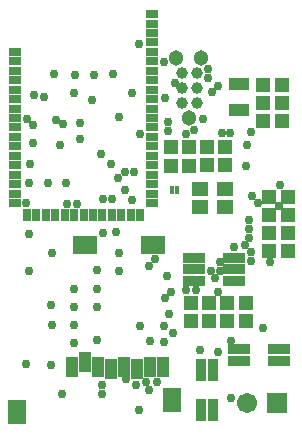
<source format=gbs>
%FSLAX25Y25*%
%MOIN*%
G70*
G01*
G75*
G04 Layer_Color=16711935*
%ADD10R,0.03937X0.03740*%
%ADD11R,0.25984X0.25984*%
%ADD12O,0.00945X0.02362*%
%ADD13O,0.02362X0.00945*%
%ADD14R,0.02165X0.02362*%
%ADD15R,0.02362X0.02165*%
%ADD16R,0.03740X0.03937*%
%ADD17C,0.00984*%
%ADD18R,0.01772X0.05433*%
%ADD19R,0.09350X0.07480*%
%ADD20R,0.04606X0.07480*%
%ADD21R,0.05807X0.08268*%
%ADD22R,0.03150X0.00984*%
%ADD23R,0.00984X0.03150*%
%ADD24R,0.03937X0.02165*%
%ADD25R,0.04134X0.02362*%
%ADD26R,0.06693X0.06693*%
%ADD27O,0.03347X0.01102*%
%ADD28O,0.01102X0.03347*%
%ADD29R,0.03150X0.03740*%
%ADD30R,0.06299X0.07087*%
%ADD31R,0.01378X0.03937*%
%ADD32R,0.06299X0.03150*%
%ADD33C,0.01200*%
%ADD34C,0.00800*%
%ADD35C,0.01500*%
%ADD36C,0.02000*%
%ADD37C,0.01000*%
%ADD38C,0.01826*%
%ADD39R,0.04000X0.04100*%
%ADD40R,0.01300X0.04400*%
%ADD41R,0.04000X0.04200*%
%ADD42C,0.05906*%
%ADD43R,0.05906X0.05906*%
%ADD44C,0.02200*%
%ADD45C,0.04331*%
%ADD46C,0.05000*%
%ADD47C,0.04000*%
%ADD48R,0.06728X0.02402*%
%ADD49C,0.03098*%
%ADD50R,0.02362X0.03937*%
%ADD51R,0.03937X0.02362*%
%ADD52R,0.07500X0.05500*%
%ADD53R,0.07100X0.05500*%
%ADD54R,0.05500X0.07500*%
%ADD55R,0.03200X0.05900*%
%ADD56R,0.04724X0.04331*%
%ADD57R,0.05906X0.03150*%
%ADD58R,0.02402X0.06728*%
%ADD59C,0.01800*%
%ADD60C,0.01181*%
%ADD61C,0.01969*%
%ADD62R,0.02362X0.02362*%
%ADD63C,0.00394*%
%ADD64C,0.00591*%
%ADD65C,0.00787*%
%ADD66C,0.00315*%
%ADD67C,0.00400*%
%ADD68C,0.00600*%
%ADD69C,0.00700*%
%ADD70R,0.04737X0.04540*%
%ADD71R,0.26784X0.26784*%
%ADD72O,0.01745X0.03162*%
%ADD73O,0.03162X0.01745*%
%ADD74R,0.02965X0.03162*%
%ADD75R,0.03162X0.02965*%
%ADD76R,0.04540X0.04737*%
%ADD77C,0.01784*%
%ADD78R,0.10150X0.08280*%
%ADD79R,0.05406X0.08280*%
%ADD80R,0.06607X0.09068*%
%ADD81R,0.03950X0.01784*%
%ADD82R,0.01784X0.03950*%
%ADD83R,0.04737X0.02965*%
%ADD84R,0.04934X0.03162*%
%ADD85R,0.07493X0.07493*%
%ADD86O,0.04147X0.01902*%
%ADD87O,0.01902X0.04147*%
%ADD88R,0.03950X0.04540*%
%ADD89R,0.07099X0.07887*%
%ADD90R,0.02178X0.04737*%
%ADD91R,0.07099X0.03950*%
%ADD92C,0.06706*%
%ADD93R,0.06706X0.06706*%
%ADD94C,0.03000*%
%ADD95C,0.05131*%
%ADD96C,0.05800*%
%ADD97C,0.04800*%
%ADD98R,0.07528X0.03202*%
%ADD99C,0.03898*%
%ADD100R,0.02756X0.04331*%
%ADD101R,0.04331X0.02756*%
%ADD102R,0.08300X0.06300*%
%ADD103R,0.07900X0.06300*%
%ADD104R,0.06300X0.08300*%
%ADD105R,0.04000X0.06700*%
%ADD106R,0.05524X0.05131*%
%ADD107R,0.06706X0.03950*%
%ADD108R,0.03202X0.07528*%
D70*
X316050Y358300D02*
D03*
X322350D02*
D03*
X316050Y346300D02*
D03*
X322350D02*
D03*
Y352300D02*
D03*
X316050D02*
D03*
Y364300D02*
D03*
X322350D02*
D03*
X314050Y389600D02*
D03*
X320350D02*
D03*
X320250Y401600D02*
D03*
X313950D02*
D03*
X320250Y395600D02*
D03*
X313950D02*
D03*
D76*
X296000Y322850D02*
D03*
Y329150D02*
D03*
X289200Y374750D02*
D03*
Y381050D02*
D03*
X283200D02*
D03*
Y374750D02*
D03*
X295200Y381150D02*
D03*
Y374850D02*
D03*
X301300Y381150D02*
D03*
Y374850D02*
D03*
X290000Y329150D02*
D03*
Y322850D02*
D03*
X302000D02*
D03*
Y329150D02*
D03*
X308200D02*
D03*
Y322850D02*
D03*
D77*
X285187Y365913D02*
D03*
Y367487D02*
D03*
X283613D02*
D03*
Y365913D02*
D03*
D92*
X308600Y295500D02*
D03*
D93*
X318600D02*
D03*
D94*
X260600Y352200D02*
D03*
X284000Y318900D02*
D03*
X268200Y303500D02*
D03*
X280800Y316000D02*
D03*
X276000Y300100D02*
D03*
X252000Y362100D02*
D03*
X291500Y333200D02*
D03*
X296500Y339700D02*
D03*
X299500Y339800D02*
D03*
Y342600D02*
D03*
X297900Y337200D02*
D03*
X308400Y374600D02*
D03*
X308600Y381600D02*
D03*
X308000Y348200D02*
D03*
X310100Y364800D02*
D03*
X312100Y362400D02*
D03*
X316400Y342500D02*
D03*
X270300Y363400D02*
D03*
X268000Y366500D02*
D03*
X263700Y363700D02*
D03*
X319200Y361300D02*
D03*
X309400Y350700D02*
D03*
Y353700D02*
D03*
X309300Y356700D02*
D03*
X309800Y386000D02*
D03*
X319600Y368300D02*
D03*
X258600Y340000D02*
D03*
X244300Y405300D02*
D03*
X257700Y405100D02*
D03*
X263800Y405300D02*
D03*
X243200Y328300D02*
D03*
X243500Y321500D02*
D03*
X234900Y308600D02*
D03*
X243300Y308200D02*
D03*
X282000Y338000D02*
D03*
X266000Y345700D02*
D03*
X246300Y381600D02*
D03*
X237300Y382200D02*
D03*
X251300Y404900D02*
D03*
X241000Y397600D02*
D03*
X271500Y301500D02*
D03*
X247000Y298600D02*
D03*
X260300D02*
D03*
X251000Y333700D02*
D03*
Y327700D02*
D03*
Y321800D02*
D03*
X237400Y388400D02*
D03*
X236000Y351900D02*
D03*
X265900Y339800D02*
D03*
X258700Y333700D02*
D03*
X258500Y327500D02*
D03*
X260400Y301700D02*
D03*
X258600Y316500D02*
D03*
X251000Y315800D02*
D03*
X272900Y321300D02*
D03*
X281000Y409400D02*
D03*
X278000Y343700D02*
D03*
X276000Y341200D02*
D03*
X272600Y415300D02*
D03*
X237600Y398200D02*
D03*
X253000Y388900D02*
D03*
Y383700D02*
D03*
X250900Y398900D02*
D03*
X256900Y396600D02*
D03*
X284500Y402400D02*
D03*
X281100Y397400D02*
D03*
X270200Y399100D02*
D03*
X295700Y407100D02*
D03*
X298900Y401200D02*
D03*
X295500Y403900D02*
D03*
X296900Y399200D02*
D03*
X291000Y386700D02*
D03*
X282400Y389300D02*
D03*
Y386400D02*
D03*
X288300Y385300D02*
D03*
X293900Y390300D02*
D03*
X266000Y390900D02*
D03*
X273000Y385300D02*
D03*
X236100Y375200D02*
D03*
X248200Y368900D02*
D03*
X235200Y390400D02*
D03*
X244800Y390100D02*
D03*
X247400Y388600D02*
D03*
X270900Y372600D02*
D03*
X268000Y372500D02*
D03*
X265600Y370600D02*
D03*
X234900Y362200D02*
D03*
X248600Y362100D02*
D03*
X235900Y369100D02*
D03*
X242100Y369000D02*
D03*
X260000Y378700D02*
D03*
X260600Y363600D02*
D03*
X300100Y385600D02*
D03*
X303000D02*
D03*
X263200Y375400D02*
D03*
X236000Y339700D02*
D03*
X243600Y345700D02*
D03*
X264800Y352600D02*
D03*
X272700Y293400D02*
D03*
X288400Y333300D02*
D03*
X278700Y302700D02*
D03*
X292947Y313207D02*
D03*
X303200Y297200D02*
D03*
X309900Y346100D02*
D03*
X304400Y347700D02*
D03*
X309800Y343100D02*
D03*
X283200Y332800D02*
D03*
X274800Y302800D02*
D03*
X276400Y316200D02*
D03*
X281000Y321400D02*
D03*
X282600Y325200D02*
D03*
X281100Y330500D02*
D03*
X298900Y332500D02*
D03*
X299000Y312600D02*
D03*
X303400Y316400D02*
D03*
X313900Y320700D02*
D03*
D95*
X289300Y390700D02*
D03*
X293300Y410700D02*
D03*
X284946D02*
D03*
D98*
X291066Y344137D02*
D03*
X304334D02*
D03*
Y336231D02*
D03*
Y340168D02*
D03*
X291066D02*
D03*
Y336231D02*
D03*
X319334Y313668D02*
D03*
Y309732D02*
D03*
X306066D02*
D03*
Y313668D02*
D03*
D99*
X291800Y400700D02*
D03*
Y405700D02*
D03*
Y395700D02*
D03*
X286800Y400700D02*
D03*
Y405700D02*
D03*
Y395700D02*
D03*
D100*
X247801Y358361D02*
D03*
X250950D02*
D03*
X254100D02*
D03*
X257249D02*
D03*
X260399D02*
D03*
X263549D02*
D03*
X266698D02*
D03*
X269848D02*
D03*
X272997D02*
D03*
X244651D02*
D03*
X241501D02*
D03*
X238352D02*
D03*
X235202D02*
D03*
D101*
X276935Y425290D02*
D03*
Y422141D02*
D03*
Y418991D02*
D03*
Y415841D02*
D03*
Y412692D02*
D03*
Y409542D02*
D03*
Y406393D02*
D03*
Y403243D02*
D03*
Y400093D02*
D03*
Y396944D02*
D03*
Y393794D02*
D03*
Y390645D02*
D03*
Y387495D02*
D03*
Y384345D02*
D03*
Y381196D02*
D03*
Y378046D02*
D03*
Y374897D02*
D03*
Y371747D02*
D03*
Y368597D02*
D03*
Y365448D02*
D03*
Y362298D02*
D03*
X231265D02*
D03*
Y365448D02*
D03*
Y368597D02*
D03*
Y371747D02*
D03*
Y374897D02*
D03*
Y378046D02*
D03*
Y381196D02*
D03*
Y384345D02*
D03*
Y387495D02*
D03*
Y390645D02*
D03*
Y393794D02*
D03*
Y396944D02*
D03*
Y400093D02*
D03*
Y403243D02*
D03*
Y406393D02*
D03*
Y409542D02*
D03*
Y412692D02*
D03*
D102*
X254700Y348300D02*
D03*
D103*
X277400D02*
D03*
D104*
X231800Y292600D02*
D03*
X283600Y296500D02*
D03*
D105*
X280500Y307700D02*
D03*
X276200D02*
D03*
X271900Y306900D02*
D03*
X267600Y307700D02*
D03*
X263300Y306900D02*
D03*
X259000Y307700D02*
D03*
X254700Y309300D02*
D03*
X250400Y307700D02*
D03*
D106*
X301134Y360947D02*
D03*
X292866D02*
D03*
Y366853D02*
D03*
X301134D02*
D03*
D107*
X306000Y393369D02*
D03*
Y402031D02*
D03*
D108*
X293332Y306734D02*
D03*
X297269D02*
D03*
Y293466D02*
D03*
X293332D02*
D03*
M02*

</source>
